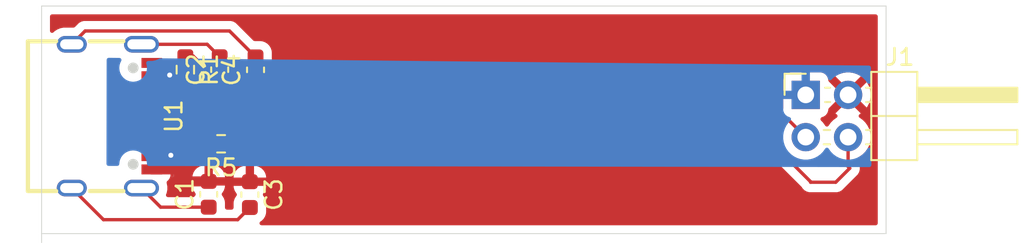
<source format=kicad_pcb>
(kicad_pcb (version 20241229) (generator "pcbnew") (generator_version "9.0")
  (layers (0 "F.Cu" signal) (2 "B.Cu" signal) (13 "F.Paste" user) (15 "B.Paste" user) (5 "F.SilkS" user "F.Silkscreen") (7 "B.SilkS" user "B.Silkscreen") (1 "F.Mask" user) (3 "B.Mask" user) (25 "Edge.Cuts" user))
  (net 0 "")
  (net 1 "GND")
  (net 2 "Net-(C1-Pad1)")
  (net 3 "Net-(C2-Pad2)")
  (net 4 "Net-(C3-Pad2)")
  (net 5 "Net-(C4-Pad2)")
  (net 6 "Vdrive")
  (net 7 "D-")
  (net 8 "D+")
  (net 9 "Net-(U1-CC1)")
  (net 10 "Net-(U1-CC2)")
  (footprint "Connector_PinHeader_2.54mm:PinHeader_2x02_P2.54mm_Horizontal" (layer "F.Cu") (at 134.23 60.9)
    (property "Reference" "J1" (at 5.655 -2.27 0) (layer "F.SilkS"))
    (property "Value" "PINHD_2x2_Male")
    (fp_line (start -1.27 -1.27) (end 0 -1.27) (stroke (width 0.12)) (layer "F.SilkS"))
    (fp_line (start -1.27 0) (end -1.27 -1.27) (stroke (width 0.12)) (layer "F.SilkS"))
    (fp_line (start 1.077358 2.11) (end 1.462642 2.11) (stroke (width 0.12)) (layer "F.SilkS"))
    (fp_line (start 1.077358 2.97) (end 1.462642 2.97) (stroke (width 0.12)) (layer "F.SilkS"))
    (fp_line (start 1.16 -0.43) (end 1.462642 -0.43) (stroke (width 0.12)) (layer "F.SilkS"))
    (fp_line (start 1.16 0.43) (end 1.462642 0.43) (stroke (width 0.12)) (layer "F.SilkS"))
    (fp_line (start 3.617358 -0.43) (end 3.93 -0.43) (stroke (width 0.12)) (layer "F.SilkS"))
    (fp_line (start 3.617358 0.43) (end 3.93 0.43) (stroke (width 0.12)) (layer "F.SilkS"))
    (fp_line (start 3.617358 2.11) (end 3.93 2.11) (stroke (width 0.12)) (layer "F.SilkS"))
    (fp_line (start 3.617358 2.97) (end 3.93 2.97) (stroke (width 0.12)) (layer "F.SilkS"))
    (fp_line (start 3.93 -1.38) (end 3.93 3.92) (stroke (width 0.12)) (layer "F.SilkS"))
    (fp_line (start 3.93 1.27) (end 6.69 1.27) (stroke (width 0.12)) (layer "F.SilkS"))
    (fp_line (start 3.93 3.92) (end 6.69 3.92) (stroke (width 0.12)) (layer "F.SilkS"))
    (fp_line (start 6.69 -1.38) (end 3.93 -1.38) (stroke (width 0.12)) (layer "F.SilkS"))
    (fp_line (start 6.69 2.11) (end 12.69 2.11) (stroke (width 0.12)) (layer "F.SilkS"))
    (fp_line (start 6.69 3.92) (end 6.69 -1.38) (stroke (width 0.12)) (layer "F.SilkS"))
    (fp_line (start 12.69 2.11) (end 12.69 2.97) (stroke (width 0.12)) (layer "F.SilkS"))
    (fp_line (start 12.69 2.97) (end 6.69 2.97) (stroke (width 0.12)) (layer "F.SilkS"))
    (fp_rect (start 6.69 -0.43) (end 12.69 0.43) (stroke (width 0.12)) (fill yes) (layer "F.SilkS"))
    (pad "1" thru_hole rect (at 0 0) (size 1.7 1.7) (drill 1) (layers "*.Cu" "*.Mask") (net 6 "Vdrive"))
    (pad "2" thru_hole circle (at 2.54 0) (size 1.7 1.7) (drill 1) (layers "*.Cu" "*.Mask") (net 1 "GND"))
    (pad "3" thru_hole circle (at 0 2.54) (size 1.7 1.7) (drill 1) (layers "*.Cu" "*.Mask") (net 7 "D-"))
    (pad "4" thru_hole circle (at 2.54 2.54) (size 1.7 1.7) (drill 1) (layers "*.Cu" "*.Mask") (net 8 "D+"))
  )
  (footprint "logos:USB-C-SMDpersonalizado" (layer "F.Cu") (at 92.6085 62.18 -90)
    (property "Reference" "U1" (at 0 -3.72 90) (layer "F.SilkS"))
    (property "Value" "GT-USB-7010ASV")
    (fp_line (start -4.5 5.03) (end -4.5 3.3385) (stroke (width 0.254)) (layer "F.SilkS"))
    (fp_line (start 4.5 5.03) (end -4.5 5.03) (stroke (width 0.254)) (layer "F.SilkS"))
    (fp_line (start 4.5 5.03) (end 4.5 3.3385) (stroke (width 0.254)) (layer "F.SilkS"))
    (fp_line (start -4.5 1.3215) (end -4.5 -0.6915) (stroke (width 0.254)) (layer "F.SilkS"))
    (fp_line (start 4.5 1.3215) (end 4.5 -0.6915) (stroke (width 0.254)) (layer "F.SilkS"))
    (fp_poly (pts (xy -2.57778 -1.322421) (xy -2.599739 -1.404372) (xy -2.64216 -1.477847) (xy -2.702153 -1.53784) (xy -2.775628 -1.580261) (xy -2.857579 -1.60222) (xy -2.942421 -1.60222) (xy -3.024372 -1.580261) (xy -3.097847 -1.53784) (xy -3.15784 -1.477847) (xy -3.200261 -1.404372) (xy -3.22222 -1.322421) (xy -3.22222 -1.237579) (xy -3.200261 -1.155628) (xy -3.15784 -1.082153) (xy -3.097847 -1.02216) (xy -3.024372 -0.979739) (xy -2.942421 -0.95778) (xy -2.857579 -0.95778) (xy -2.775628 -0.979739) (xy -2.702153 -1.02216) (xy -2.64216 -1.082153) (xy -2.599739 -1.155628) (xy -2.57778 -1.237579)) (fill yes) (layer "Edge.Cuts"))
    (fp_poly (pts (xy 3.21222 -1.322421) (xy 3.190261 -1.404372) (xy 3.14784 -1.477847) (xy 3.087847 -1.53784) (xy 3.014372 -1.580261) (xy 2.932421 -1.60222) (xy 2.847579 -1.60222) (xy 2.765628 -1.580261) (xy 2.692153 -1.53784) (xy 2.63216 -1.477847) (xy 2.589739 -1.404372) (xy 2.56778 -1.322421) (xy 2.56778 -1.237579) (xy 2.589739 -1.155628) (xy 2.63216 -1.082153) (xy 2.692153 -1.02216) (xy 2.765628 -0.979739) (xy 2.847579 -0.95778) (xy 2.932421 -0.95778) (xy 3.014372 -0.979739) (xy 3.087847 -1.02216) (xy 3.14784 -1.082153) (xy 3.190261 -1.155628) (xy 3.21222 -1.237579)) (fill yes) (layer "Edge.Cuts"))
    (pad "1" thru_hole oval (at -4.32 -1.78 270) (size 1 2.1) (drill oval 0.6 1.7) (layers "*.Cu" "*.Mask") (net 3 "Net-(C2-Pad2)"))
    (pad "2" thru_hole oval (at 4.32 -1.78 270) (size 1 2.1) (drill oval 0.6 1.7) (layers "*.Cu" "*.Mask") (net 2 "Net-(C1-Pad1)"))
    (pad "3" thru_hole oval (at 4.32 2.4 270) (size 1 1.8) (drill oval 0.6 1.4) (layers "*.Cu" "*.Mask") (net 4 "Net-(C3-Pad2)"))
    (pad "4" thru_hole oval (at -4.32 2.4 270) (size 1 1.8) (drill oval 0.6 1.4) (layers "*.Cu" "*.Mask") (net 5 "Net-(C4-Pad2)"))
    (pad "A1B12" smd rect (at -3.2 -2.4 270) (size 0.6 1.24) (layers "F.Cu" "F.Mask" "F.Paste"))
    (pad "A4B9" smd rect (at -2.4 -2.4 270) (size 0.6 1.24) (layers "F.Cu" "F.Mask" "F.Paste") (net 6 "Vdrive"))
    (pad "A5" smd rect (at -1.25 -2.4 270) (size 0.3 1.24) (layers "F.Cu" "F.Mask" "F.Paste") (net 9 "Net-(U1-CC1)"))
    (pad "A6" smd rect (at -0.25 -2.4 270) (size 0.3 1.24) (layers "F.Cu" "F.Mask" "F.Paste") (net 8 "D+"))
    (pad "A7" smd rect (at 0.25 -2.4 270) (size 0.3 1.24) (layers "F.Cu" "F.Mask" "F.Paste") (net 7 "D-"))
    (pad "A8" smd rect (at 1.25 -2.4 270) (size 0.3 1.24) (layers "F.Cu" "F.Mask" "F.Paste"))
    (pad "B1A12" smd rect (at 3.2 -2.4 270) (size 0.6 1.24) (layers "F.Cu" "F.Mask" "F.Paste") (net 1 "GND"))
    (pad "B4A9" smd rect (at 2.4 -2.4 270) (size 0.6 1.24) (layers "F.Cu" "F.Mask" "F.Paste") (net 6 "Vdrive"))
    (pad "B5" smd rect (at 1.75 -2.4 270) (size 0.3 1.24) (layers "F.Cu" "F.Mask" "F.Paste") (net 10 "Net-(U1-CC2)"))
    (pad "B6" smd rect (at 0.75 -2.4 270) (size 0.3 1.24) (layers "F.Cu" "F.Mask" "F.Paste") (net 8 "D+"))
    (pad "B7" smd rect (at -0.75 -2.4 270) (size 0.3 1.24) (layers "F.Cu" "F.Mask" "F.Paste") (net 7 "D-"))
    (pad "B8" smd rect (at -1.75 -2.4 270) (size 0.3 1.24) (layers "F.Cu" "F.Mask" "F.Paste"))
  )
  (footprint "Capacitor_SMD:C_0603_1608Metric" (layer "F.Cu") (at 98.42 66.875 90)
    (property "Reference" "C1" (at 0 -1.43 90) (layer "F.SilkS"))
    (property "Value" "1uf")
    (fp_line (start -0.14058 -0.51) (end 0.14058 -0.51) (stroke (width 0.12)) (layer "F.SilkS"))
    (fp_line (start -0.14058 0.51) (end 0.14058 0.51) (stroke (width 0.12)) (layer "F.SilkS"))
    (pad "1" smd roundrect (at -0.775 0 90) (size 0.9 0.95) (layers "F.Cu" "F.Mask" "F.Paste") (net 2 "Net-(C1-Pad1)"))
    (pad "2" smd roundrect (at 0.775 0 90) (size 0.9 0.95) (layers "F.Cu" "F.Mask" "F.Paste") (net 1 "GND"))
  )
  (footprint "Capacitor_SMD:C_0603_1608Metric" (layer "F.Cu") (at 100.89 66.895 -90)
    (property "Reference" "C3" (at 0 -1.43 90) (layer "F.SilkS"))
    (property "Value" "1uf")
    (fp_line (start -0.14058 0.51) (end 0.14058 0.51) (stroke (width 0.12)) (layer "F.SilkS"))
    (fp_line (start -0.14058 -0.51) (end 0.14058 -0.51) (stroke (width 0.12)) (layer "F.SilkS"))
    (pad "1" smd roundrect (at -0.775 0 270) (size 0.9 0.95) (layers "F.Cu" "F.Mask" "F.Paste") (net 1 "GND"))
    (pad "2" smd roundrect (at 0.775 0 270) (size 0.9 0.95) (layers "F.Cu" "F.Mask" "F.Paste") (net 4 "Net-(C3-Pad2)"))
  )
  (footprint "Resistor_SMD:R_0603_1608Metric" (layer "F.Cu") (at 97.02 59.385 -90)
    (property "Reference" "R1" (at 0 -1.43 90) (layer "F.SilkS"))
    (property "Value" "120")
    (fp_line (start -0.237258 0.5225) (end 0.237258 0.5225) (stroke (width 0.12)) (layer "F.SilkS"))
    (fp_line (start -0.237258 -0.5225) (end 0.237258 -0.5225) (stroke (width 0.12)) (layer "F.SilkS"))
    (pad "1" smd roundrect (at -0.825 0 270) (size 0.8 0.95) (layers "F.Cu" "F.Mask" "F.Paste") (net 1 "GND"))
    (pad "2" smd roundrect (at 0.825 0 270) (size 0.8 0.95) (layers "F.Cu" "F.Mask" "F.Paste") (net 9 "Net-(U1-CC1)"))
  )
  (footprint "Capacitor_SMD:C_0603_1608Metric" (layer "F.Cu") (at 101.23 59.395 90)
    (property "Reference" "C4" (at 0 -1.43 90) (layer "F.SilkS"))
    (property "Value" "1uf")
    (fp_line (start -0.14058 -0.51) (end 0.14058 -0.51) (stroke (width 0.12)) (layer "F.SilkS"))
    (fp_line (start -0.14058 0.51) (end 0.14058 0.51) (stroke (width 0.12)) (layer "F.SilkS"))
    (pad "1" smd roundrect (at -0.775 0 90) (size 0.9 0.95) (layers "F.Cu" "F.Mask" "F.Paste") (net 1 "GND"))
    (pad "2" smd roundrect (at 0.775 0 90) (size 0.9 0.95) (layers "F.Cu" "F.Mask" "F.Paste") (net 5 "Net-(C4-Pad2)"))
  )
  (footprint "Resistor_SMD:R_0603_1608Metric" (layer "F.Cu") (at 99.165 63.84 180)
    (property "Reference" "R5" (at 0 -1.43 0) (layer "F.SilkS"))
    (property "Value" "120")
    (fp_line (start -0.237258 0.5225) (end 0.237258 0.5225) (stroke (width 0.12)) (layer "F.SilkS"))
    (fp_line (start -0.237258 -0.5225) (end 0.237258 -0.5225) (stroke (width 0.12)) (layer "F.SilkS"))
    (pad "1" smd roundrect (at -0.825 0 180) (size 0.8 0.95) (layers "F.Cu" "F.Mask" "F.Paste") (net 1 "GND"))
    (pad "2" smd roundrect (at 0.825 0 180) (size 0.8 0.95) (layers "F.Cu" "F.Mask" "F.Paste") (net 10 "Net-(U1-CC2)"))
  )
  (footprint "Capacitor_SMD:C_0603_1608Metric" (layer "F.Cu") (at 99.08 59.385 90)
    (property "Reference" "C2" (at 0 -1.43 90) (layer "F.SilkS"))
    (property "Value" "1uf")
    (fp_line (start -0.14058 -0.51) (end 0.14058 -0.51) (stroke (width 0.12)) (layer "F.SilkS"))
    (fp_line (start -0.14058 0.51) (end 0.14058 0.51) (stroke (width 0.12)) (layer "F.SilkS"))
    (pad "1" smd roundrect (at -0.775 0 90) (size 0.9 0.95) (layers "F.Cu" "F.Mask" "F.Paste") (net 1 "GND"))
    (pad "2" smd roundrect (at 0.775 0 90) (size 0.9 0.95) (layers "F.Cu" "F.Mask" "F.Paste") (net 3 "Net-(C2-Pad2)"))
  )
  (gr_line (start 88.4 69.78) (end 88.4 55.56) (stroke (width 0.05)) (layer "Edge.Cuts"))
  (gr_line (start 139.05 69.24) (end 88.397122 69.24) (stroke (width 0.05)) (layer "Edge.Cuts"))
  (gr_line (start 139.05 55.56) (end 139.05 69.24) (stroke (width 0.05)) (layer "Edge.Cuts"))
  (gr_line (start 88.4 55.56) (end 139.05 55.56) (stroke (width 0.05)) (layer "Edge.Cuts"))
  (segment (start 97.48 58.56) (end 99.08 60.16) (width 0.2) (layer "F.Cu") (net 1))
  (segment (start 95.0085 65.38) (end 96.54 65.38) (width 0.6) (layer "F.Cu") (net 1))
  (segment (start 98.42 66.1) (end 97.26 66.1) (width 0.6) (layer "F.Cu") (net 1))
  (segment (start 96.54 65.38) (end 96.56 65.36) (width 0.6) (layer "F.Cu") (net 1))
  (segment (start 97.02 58.56) (end 97.48 58.56) (width 0.2) (layer "F.Cu") (net 1))
  (segment (start 97.26 66.1) (end 96.54 65.38) (width 0.6) (layer "F.Cu") (net 1))
  (segment (start 98.42 67.65) (end 95.5385 67.65) (width 0.2) (layer "F.Cu") (net 2))
  (segment (start 95.5385 67.65) (end 94.3885 66.5) (width 0.2) (layer "F.Cu") (net 2))
  (segment (start 99.08 58.61) (end 98.33 57.86) (width 0.2) (layer "F.Cu") (net 3))
  (segment (start 98.33 57.86) (end 94.3885 57.86) (width 0.2) (layer "F.Cu") (net 3))
  (segment (start 100.159 68.401) (end 92.1095 68.401) (width 0.2) (layer "F.Cu") (net 4))
  (segment (start 92.1095 68.401) (end 90.2085 66.5) (width 0.2) (layer "F.Cu") (net 4))
  (segment (start 100.89 67.67) (end 100.159 68.401) (width 0.2) (layer "F.Cu") (net 4))
  (segment (start 101.23 58.62) (end 99.669 57.059) (width 0.2) (layer "F.Cu") (net 5))
  (segment (start 99.669 57.059) (end 91.0095 57.059) (width 0.2) (layer "F.Cu") (net 5))
  (segment (start 91.0095 57.059) (end 90.2085 57.86) (width 0.2) (layer "F.Cu") (net 5))
  (segment (start 95.0085 64.58) (end 96.1 64.58) (width 0.2) (layer "F.Cu") (net 6))
  (segment (start 95.0085 59.78) (end 96.01 59.78) (width 0.2) (layer "F.Cu") (net 6))
  (segment (start 96.1 64.58) (end 96.15 64.53) (width 0.2) (layer "F.Cu") (net 6))
  (segment (start 96.01 59.78) (end 96.08 59.71) (width 0.2) (layer "F.Cu") (net 6))
  (via (at 96.15 64.53) (size 0.6) (drill 0.3) (layers "F.Cu" "B.Cu") (net 6))
  (via (at 96.08 59.71) (size 0.6) (drill 0.3) (layers "F.Cu" "B.Cu") (net 6))
  (segment (start 133.22 62.43) (end 134.23 63.44) (width 0.2) (layer "F.Cu") (net 7))
  (segment (start 95.0085 62.43) (end 133.22 62.43) (width 0.2) (layer "F.Cu") (net 7))
  (segment (start 136.87 65.31) (end 136.77 65.21) (width 0.2) (layer "F.Cu") (net 8))
  (segment (start 136.03 66.15) (end 136.87 65.31) (width 0.2) (layer "F.Cu") (net 8))
  (segment (start 131.33224 62.93) (end 134.52 66.11776) (width 0.2) (layer "F.Cu") (net 8))
  (segment (start 136.77 65.21) (end 136.77 63.44) (width 0.2) (layer "F.Cu") (net 8))
  (segment (start 95.0085 62.93) (end 131.33224 62.93) (width 0.2) (layer "F.Cu") (net 8))
  (segment (start 134.52 66.15) (end 136.03 66.15) (width 0.2) (layer "F.Cu") (net 8))
  (segment (start 134.52 66.11776) (end 134.52 66.15) (width 0.2) (layer "F.Cu") (net 8))
  (segment (start 96.3 60.93) (end 95.0085 60.93) (width 0.2) (layer "F.Cu") (net 9))
  (segment (start 97.02 60.21) (end 96.3 60.93) (width 0.2) (layer "F.Cu") (net 9))
  (segment (start 98.34 63.84) (end 98.25 63.93) (width 0.2) (layer "F.Cu") (net 10))
  (segment (start 98.25 63.93) (end 95.0085 63.93) (width 0.2) (layer "F.Cu") (net 10))
  (zone (net 1) (net_name "GND") (layer "F.Cu") (connect_pads (clearance 0.5)) (min_thickness 0.25) (fill yes (thermal_gap 0.5) (thermal_bridge_width 0.5))
    (polygon (pts (xy 88.42 55.59) (xy 139.04 55.56) (xy 139.04 69.24) (xy 88.4 69.25)))
  )
  (zone (net 1) (net_name "GND") (layer "F.Cu") (priority 2) (connect_pads (clearance 0.5)) (min_thickness 0.25) (fill yes (thermal_gap 0.5) (thermal_bridge_width 0.5))
    (polygon (pts (xy 96.32 65.82) (xy 95.01 65.81) (xy 95.03 64.96) (xy 96.35 64.96)))
  )
  (zone (net 6) (net_name "Vdrive") (layer "B.Cu") (priority 1) (connect_pads (clearance 0.5)) (min_thickness 0.25) (fill yes (thermal_gap 0.5) (thermal_bridge_width 0.5))
    (polygon (pts (xy 92.3 58.67) (xy 138.14 59.14) (xy 138.17 65.24) (xy 92.29 65.17)))
  )
)
</source>
